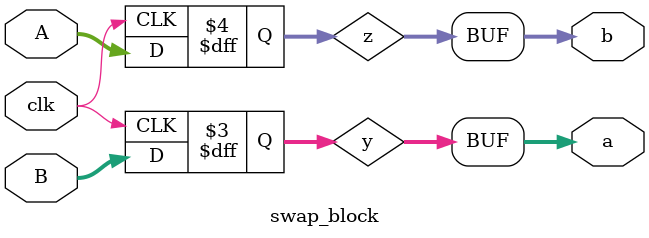
<source format=v>
`timescale 1ns / 1ps
 
 
module swap_block(A,B,
 
  a,b,clk );
  input [7:0]A;
  input [7:0]B;
  output   [7:0]a;
  output [7:0]b;
  input clk;
  reg [7:0]temp,y,z;
  /*initial begin
  a=A;
  b=B;
  end
 
  */
  always @ (posedge clk)
     begin
     y=A;
     z=B;
     
       temp = y;
       y = z;
       z = temp;
       end
       assign a=y;
       assign b=z;
endmodule
</source>
